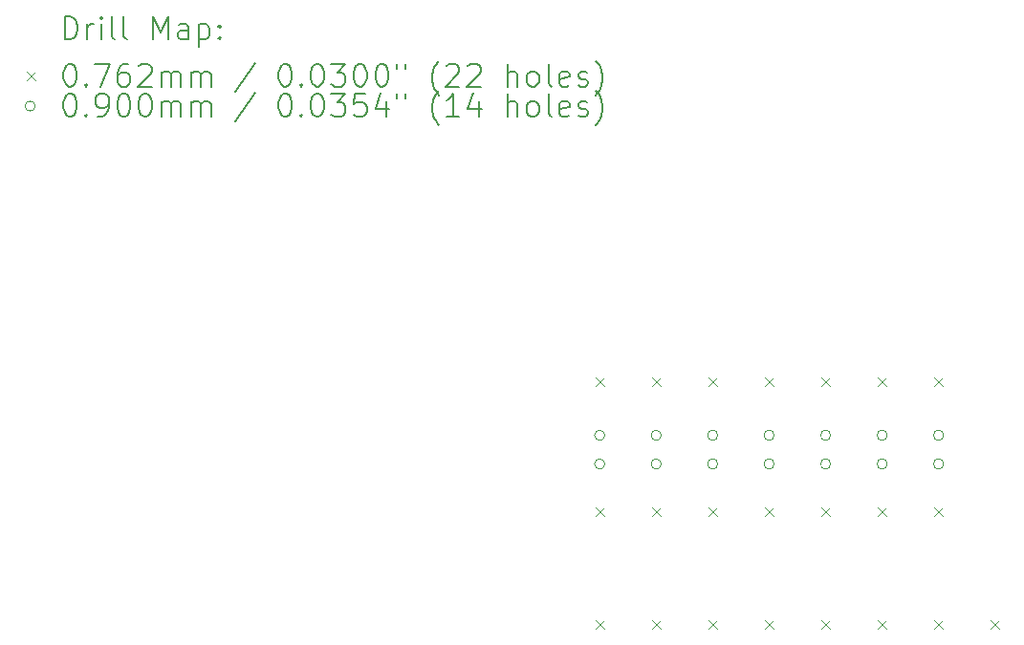
<source format=gbr>
%TF.GenerationSoftware,KiCad,Pcbnew,8.0.1-rc1*%
%TF.CreationDate,2024-04-13T22:34:27-05:00*%
%TF.ProjectId,Emotion LED,456d6f74-696f-46e2-904c-45442e6b6963,rev?*%
%TF.SameCoordinates,Original*%
%TF.FileFunction,Drillmap*%
%TF.FilePolarity,Positive*%
%FSLAX45Y45*%
G04 Gerber Fmt 4.5, Leading zero omitted, Abs format (unit mm)*
G04 Created by KiCad (PCBNEW 8.0.1-rc1) date 2024-04-13 22:34:27*
%MOMM*%
%LPD*%
G01*
G04 APERTURE LIST*
%ADD10C,0.200000*%
%ADD11C,0.100000*%
G04 APERTURE END LIST*
D10*
D11*
X4961900Y-3311900D02*
X5038100Y-3388100D01*
X5038100Y-3311900D02*
X4961900Y-3388100D01*
X4961900Y-4461900D02*
X5038100Y-4538100D01*
X5038100Y-4461900D02*
X4961900Y-4538100D01*
X4961900Y-5461900D02*
X5038100Y-5538100D01*
X5038100Y-5461900D02*
X4961900Y-5538100D01*
X5461900Y-3311900D02*
X5538100Y-3388100D01*
X5538100Y-3311900D02*
X5461900Y-3388100D01*
X5461900Y-4461900D02*
X5538100Y-4538100D01*
X5538100Y-4461900D02*
X5461900Y-4538100D01*
X5461900Y-5461900D02*
X5538100Y-5538100D01*
X5538100Y-5461900D02*
X5461900Y-5538100D01*
X5961900Y-3311900D02*
X6038100Y-3388100D01*
X6038100Y-3311900D02*
X5961900Y-3388100D01*
X5961900Y-4461900D02*
X6038100Y-4538100D01*
X6038100Y-4461900D02*
X5961900Y-4538100D01*
X5961900Y-5461900D02*
X6038100Y-5538100D01*
X6038100Y-5461900D02*
X5961900Y-5538100D01*
X6461900Y-3311900D02*
X6538100Y-3388100D01*
X6538100Y-3311900D02*
X6461900Y-3388100D01*
X6461900Y-4461900D02*
X6538100Y-4538100D01*
X6538100Y-4461900D02*
X6461900Y-4538100D01*
X6461900Y-5461900D02*
X6538100Y-5538100D01*
X6538100Y-5461900D02*
X6461900Y-5538100D01*
X6961900Y-3311900D02*
X7038100Y-3388100D01*
X7038100Y-3311900D02*
X6961900Y-3388100D01*
X6961900Y-4461900D02*
X7038100Y-4538100D01*
X7038100Y-4461900D02*
X6961900Y-4538100D01*
X6961900Y-5461900D02*
X7038100Y-5538100D01*
X7038100Y-5461900D02*
X6961900Y-5538100D01*
X7461900Y-3311900D02*
X7538100Y-3388100D01*
X7538100Y-3311900D02*
X7461900Y-3388100D01*
X7461900Y-4461900D02*
X7538100Y-4538100D01*
X7538100Y-4461900D02*
X7461900Y-4538100D01*
X7461900Y-5461900D02*
X7538100Y-5538100D01*
X7538100Y-5461900D02*
X7461900Y-5538100D01*
X7961900Y-3311900D02*
X8038100Y-3388100D01*
X8038100Y-3311900D02*
X7961900Y-3388100D01*
X7961900Y-4461900D02*
X8038100Y-4538100D01*
X8038100Y-4461900D02*
X7961900Y-4538100D01*
X7961900Y-5461900D02*
X8038100Y-5538100D01*
X8038100Y-5461900D02*
X7961900Y-5538100D01*
X8461900Y-5461900D02*
X8538100Y-5538100D01*
X8538100Y-5461900D02*
X8461900Y-5538100D01*
X5045000Y-3821000D02*
G75*
G02*
X4955000Y-3821000I-45000J0D01*
G01*
X4955000Y-3821000D02*
G75*
G02*
X5045000Y-3821000I45000J0D01*
G01*
X5045000Y-4075000D02*
G75*
G02*
X4955000Y-4075000I-45000J0D01*
G01*
X4955000Y-4075000D02*
G75*
G02*
X5045000Y-4075000I45000J0D01*
G01*
X5545000Y-3821000D02*
G75*
G02*
X5455000Y-3821000I-45000J0D01*
G01*
X5455000Y-3821000D02*
G75*
G02*
X5545000Y-3821000I45000J0D01*
G01*
X5545000Y-4075000D02*
G75*
G02*
X5455000Y-4075000I-45000J0D01*
G01*
X5455000Y-4075000D02*
G75*
G02*
X5545000Y-4075000I45000J0D01*
G01*
X6045000Y-3821000D02*
G75*
G02*
X5955000Y-3821000I-45000J0D01*
G01*
X5955000Y-3821000D02*
G75*
G02*
X6045000Y-3821000I45000J0D01*
G01*
X6045000Y-4075000D02*
G75*
G02*
X5955000Y-4075000I-45000J0D01*
G01*
X5955000Y-4075000D02*
G75*
G02*
X6045000Y-4075000I45000J0D01*
G01*
X6545000Y-3821000D02*
G75*
G02*
X6455000Y-3821000I-45000J0D01*
G01*
X6455000Y-3821000D02*
G75*
G02*
X6545000Y-3821000I45000J0D01*
G01*
X6545000Y-4075000D02*
G75*
G02*
X6455000Y-4075000I-45000J0D01*
G01*
X6455000Y-4075000D02*
G75*
G02*
X6545000Y-4075000I45000J0D01*
G01*
X7045000Y-3821000D02*
G75*
G02*
X6955000Y-3821000I-45000J0D01*
G01*
X6955000Y-3821000D02*
G75*
G02*
X7045000Y-3821000I45000J0D01*
G01*
X7045000Y-4075000D02*
G75*
G02*
X6955000Y-4075000I-45000J0D01*
G01*
X6955000Y-4075000D02*
G75*
G02*
X7045000Y-4075000I45000J0D01*
G01*
X7545000Y-3821000D02*
G75*
G02*
X7455000Y-3821000I-45000J0D01*
G01*
X7455000Y-3821000D02*
G75*
G02*
X7545000Y-3821000I45000J0D01*
G01*
X7545000Y-4075000D02*
G75*
G02*
X7455000Y-4075000I-45000J0D01*
G01*
X7455000Y-4075000D02*
G75*
G02*
X7545000Y-4075000I45000J0D01*
G01*
X8045000Y-3821000D02*
G75*
G02*
X7955000Y-3821000I-45000J0D01*
G01*
X7955000Y-3821000D02*
G75*
G02*
X8045000Y-3821000I45000J0D01*
G01*
X8045000Y-4075000D02*
G75*
G02*
X7955000Y-4075000I-45000J0D01*
G01*
X7955000Y-4075000D02*
G75*
G02*
X8045000Y-4075000I45000J0D01*
G01*
D10*
X260777Y-311484D02*
X260777Y-111484D01*
X260777Y-111484D02*
X308396Y-111484D01*
X308396Y-111484D02*
X336967Y-121008D01*
X336967Y-121008D02*
X356015Y-140055D01*
X356015Y-140055D02*
X365539Y-159103D01*
X365539Y-159103D02*
X375062Y-197198D01*
X375062Y-197198D02*
X375062Y-225769D01*
X375062Y-225769D02*
X365539Y-263865D01*
X365539Y-263865D02*
X356015Y-282912D01*
X356015Y-282912D02*
X336967Y-301960D01*
X336967Y-301960D02*
X308396Y-311484D01*
X308396Y-311484D02*
X260777Y-311484D01*
X460777Y-311484D02*
X460777Y-178150D01*
X460777Y-216246D02*
X470301Y-197198D01*
X470301Y-197198D02*
X479824Y-187674D01*
X479824Y-187674D02*
X498872Y-178150D01*
X498872Y-178150D02*
X517920Y-178150D01*
X584586Y-311484D02*
X584586Y-178150D01*
X584586Y-111484D02*
X575063Y-121008D01*
X575063Y-121008D02*
X584586Y-130531D01*
X584586Y-130531D02*
X594110Y-121008D01*
X594110Y-121008D02*
X584586Y-111484D01*
X584586Y-111484D02*
X584586Y-130531D01*
X708396Y-311484D02*
X689348Y-301960D01*
X689348Y-301960D02*
X679824Y-282912D01*
X679824Y-282912D02*
X679824Y-111484D01*
X813158Y-311484D02*
X794110Y-301960D01*
X794110Y-301960D02*
X784586Y-282912D01*
X784586Y-282912D02*
X784586Y-111484D01*
X1041729Y-311484D02*
X1041729Y-111484D01*
X1041729Y-111484D02*
X1108396Y-254341D01*
X1108396Y-254341D02*
X1175063Y-111484D01*
X1175063Y-111484D02*
X1175063Y-311484D01*
X1356015Y-311484D02*
X1356015Y-206722D01*
X1356015Y-206722D02*
X1346491Y-187674D01*
X1346491Y-187674D02*
X1327444Y-178150D01*
X1327444Y-178150D02*
X1289348Y-178150D01*
X1289348Y-178150D02*
X1270301Y-187674D01*
X1356015Y-301960D02*
X1336967Y-311484D01*
X1336967Y-311484D02*
X1289348Y-311484D01*
X1289348Y-311484D02*
X1270301Y-301960D01*
X1270301Y-301960D02*
X1260777Y-282912D01*
X1260777Y-282912D02*
X1260777Y-263865D01*
X1260777Y-263865D02*
X1270301Y-244817D01*
X1270301Y-244817D02*
X1289348Y-235293D01*
X1289348Y-235293D02*
X1336967Y-235293D01*
X1336967Y-235293D02*
X1356015Y-225769D01*
X1451253Y-178150D02*
X1451253Y-378150D01*
X1451253Y-187674D02*
X1470301Y-178150D01*
X1470301Y-178150D02*
X1508396Y-178150D01*
X1508396Y-178150D02*
X1527443Y-187674D01*
X1527443Y-187674D02*
X1536967Y-197198D01*
X1536967Y-197198D02*
X1546491Y-216246D01*
X1546491Y-216246D02*
X1546491Y-273389D01*
X1546491Y-273389D02*
X1536967Y-292436D01*
X1536967Y-292436D02*
X1527443Y-301960D01*
X1527443Y-301960D02*
X1508396Y-311484D01*
X1508396Y-311484D02*
X1470301Y-311484D01*
X1470301Y-311484D02*
X1451253Y-301960D01*
X1632205Y-292436D02*
X1641729Y-301960D01*
X1641729Y-301960D02*
X1632205Y-311484D01*
X1632205Y-311484D02*
X1622682Y-301960D01*
X1622682Y-301960D02*
X1632205Y-292436D01*
X1632205Y-292436D02*
X1632205Y-311484D01*
X1632205Y-187674D02*
X1641729Y-197198D01*
X1641729Y-197198D02*
X1632205Y-206722D01*
X1632205Y-206722D02*
X1622682Y-197198D01*
X1622682Y-197198D02*
X1632205Y-187674D01*
X1632205Y-187674D02*
X1632205Y-206722D01*
D11*
X-76200Y-601900D02*
X0Y-678100D01*
X0Y-601900D02*
X-76200Y-678100D01*
D10*
X298872Y-531484D02*
X317920Y-531484D01*
X317920Y-531484D02*
X336967Y-541008D01*
X336967Y-541008D02*
X346491Y-550531D01*
X346491Y-550531D02*
X356015Y-569579D01*
X356015Y-569579D02*
X365539Y-607674D01*
X365539Y-607674D02*
X365539Y-655293D01*
X365539Y-655293D02*
X356015Y-693389D01*
X356015Y-693389D02*
X346491Y-712436D01*
X346491Y-712436D02*
X336967Y-721960D01*
X336967Y-721960D02*
X317920Y-731484D01*
X317920Y-731484D02*
X298872Y-731484D01*
X298872Y-731484D02*
X279824Y-721960D01*
X279824Y-721960D02*
X270301Y-712436D01*
X270301Y-712436D02*
X260777Y-693389D01*
X260777Y-693389D02*
X251253Y-655293D01*
X251253Y-655293D02*
X251253Y-607674D01*
X251253Y-607674D02*
X260777Y-569579D01*
X260777Y-569579D02*
X270301Y-550531D01*
X270301Y-550531D02*
X279824Y-541008D01*
X279824Y-541008D02*
X298872Y-531484D01*
X451253Y-712436D02*
X460777Y-721960D01*
X460777Y-721960D02*
X451253Y-731484D01*
X451253Y-731484D02*
X441729Y-721960D01*
X441729Y-721960D02*
X451253Y-712436D01*
X451253Y-712436D02*
X451253Y-731484D01*
X527444Y-531484D02*
X660777Y-531484D01*
X660777Y-531484D02*
X575063Y-731484D01*
X822682Y-531484D02*
X784586Y-531484D01*
X784586Y-531484D02*
X765539Y-541008D01*
X765539Y-541008D02*
X756015Y-550531D01*
X756015Y-550531D02*
X736967Y-579103D01*
X736967Y-579103D02*
X727443Y-617198D01*
X727443Y-617198D02*
X727443Y-693389D01*
X727443Y-693389D02*
X736967Y-712436D01*
X736967Y-712436D02*
X746491Y-721960D01*
X746491Y-721960D02*
X765539Y-731484D01*
X765539Y-731484D02*
X803634Y-731484D01*
X803634Y-731484D02*
X822682Y-721960D01*
X822682Y-721960D02*
X832205Y-712436D01*
X832205Y-712436D02*
X841729Y-693389D01*
X841729Y-693389D02*
X841729Y-645770D01*
X841729Y-645770D02*
X832205Y-626722D01*
X832205Y-626722D02*
X822682Y-617198D01*
X822682Y-617198D02*
X803634Y-607674D01*
X803634Y-607674D02*
X765539Y-607674D01*
X765539Y-607674D02*
X746491Y-617198D01*
X746491Y-617198D02*
X736967Y-626722D01*
X736967Y-626722D02*
X727443Y-645770D01*
X917920Y-550531D02*
X927443Y-541008D01*
X927443Y-541008D02*
X946491Y-531484D01*
X946491Y-531484D02*
X994110Y-531484D01*
X994110Y-531484D02*
X1013158Y-541008D01*
X1013158Y-541008D02*
X1022682Y-550531D01*
X1022682Y-550531D02*
X1032205Y-569579D01*
X1032205Y-569579D02*
X1032205Y-588627D01*
X1032205Y-588627D02*
X1022682Y-617198D01*
X1022682Y-617198D02*
X908396Y-731484D01*
X908396Y-731484D02*
X1032205Y-731484D01*
X1117920Y-731484D02*
X1117920Y-598150D01*
X1117920Y-617198D02*
X1127444Y-607674D01*
X1127444Y-607674D02*
X1146491Y-598150D01*
X1146491Y-598150D02*
X1175063Y-598150D01*
X1175063Y-598150D02*
X1194110Y-607674D01*
X1194110Y-607674D02*
X1203634Y-626722D01*
X1203634Y-626722D02*
X1203634Y-731484D01*
X1203634Y-626722D02*
X1213158Y-607674D01*
X1213158Y-607674D02*
X1232205Y-598150D01*
X1232205Y-598150D02*
X1260777Y-598150D01*
X1260777Y-598150D02*
X1279825Y-607674D01*
X1279825Y-607674D02*
X1289348Y-626722D01*
X1289348Y-626722D02*
X1289348Y-731484D01*
X1384586Y-731484D02*
X1384586Y-598150D01*
X1384586Y-617198D02*
X1394110Y-607674D01*
X1394110Y-607674D02*
X1413158Y-598150D01*
X1413158Y-598150D02*
X1441729Y-598150D01*
X1441729Y-598150D02*
X1460777Y-607674D01*
X1460777Y-607674D02*
X1470301Y-626722D01*
X1470301Y-626722D02*
X1470301Y-731484D01*
X1470301Y-626722D02*
X1479824Y-607674D01*
X1479824Y-607674D02*
X1498872Y-598150D01*
X1498872Y-598150D02*
X1527443Y-598150D01*
X1527443Y-598150D02*
X1546491Y-607674D01*
X1546491Y-607674D02*
X1556015Y-626722D01*
X1556015Y-626722D02*
X1556015Y-731484D01*
X1946491Y-521960D02*
X1775063Y-779103D01*
X2203634Y-531484D02*
X2222682Y-531484D01*
X2222682Y-531484D02*
X2241729Y-541008D01*
X2241729Y-541008D02*
X2251253Y-550531D01*
X2251253Y-550531D02*
X2260777Y-569579D01*
X2260777Y-569579D02*
X2270301Y-607674D01*
X2270301Y-607674D02*
X2270301Y-655293D01*
X2270301Y-655293D02*
X2260777Y-693389D01*
X2260777Y-693389D02*
X2251253Y-712436D01*
X2251253Y-712436D02*
X2241729Y-721960D01*
X2241729Y-721960D02*
X2222682Y-731484D01*
X2222682Y-731484D02*
X2203634Y-731484D01*
X2203634Y-731484D02*
X2184587Y-721960D01*
X2184587Y-721960D02*
X2175063Y-712436D01*
X2175063Y-712436D02*
X2165539Y-693389D01*
X2165539Y-693389D02*
X2156015Y-655293D01*
X2156015Y-655293D02*
X2156015Y-607674D01*
X2156015Y-607674D02*
X2165539Y-569579D01*
X2165539Y-569579D02*
X2175063Y-550531D01*
X2175063Y-550531D02*
X2184587Y-541008D01*
X2184587Y-541008D02*
X2203634Y-531484D01*
X2356015Y-712436D02*
X2365539Y-721960D01*
X2365539Y-721960D02*
X2356015Y-731484D01*
X2356015Y-731484D02*
X2346491Y-721960D01*
X2346491Y-721960D02*
X2356015Y-712436D01*
X2356015Y-712436D02*
X2356015Y-731484D01*
X2489348Y-531484D02*
X2508396Y-531484D01*
X2508396Y-531484D02*
X2527444Y-541008D01*
X2527444Y-541008D02*
X2536968Y-550531D01*
X2536968Y-550531D02*
X2546491Y-569579D01*
X2546491Y-569579D02*
X2556015Y-607674D01*
X2556015Y-607674D02*
X2556015Y-655293D01*
X2556015Y-655293D02*
X2546491Y-693389D01*
X2546491Y-693389D02*
X2536968Y-712436D01*
X2536968Y-712436D02*
X2527444Y-721960D01*
X2527444Y-721960D02*
X2508396Y-731484D01*
X2508396Y-731484D02*
X2489348Y-731484D01*
X2489348Y-731484D02*
X2470301Y-721960D01*
X2470301Y-721960D02*
X2460777Y-712436D01*
X2460777Y-712436D02*
X2451253Y-693389D01*
X2451253Y-693389D02*
X2441729Y-655293D01*
X2441729Y-655293D02*
X2441729Y-607674D01*
X2441729Y-607674D02*
X2451253Y-569579D01*
X2451253Y-569579D02*
X2460777Y-550531D01*
X2460777Y-550531D02*
X2470301Y-541008D01*
X2470301Y-541008D02*
X2489348Y-531484D01*
X2622682Y-531484D02*
X2746491Y-531484D01*
X2746491Y-531484D02*
X2679825Y-607674D01*
X2679825Y-607674D02*
X2708396Y-607674D01*
X2708396Y-607674D02*
X2727444Y-617198D01*
X2727444Y-617198D02*
X2736968Y-626722D01*
X2736968Y-626722D02*
X2746491Y-645770D01*
X2746491Y-645770D02*
X2746491Y-693389D01*
X2746491Y-693389D02*
X2736968Y-712436D01*
X2736968Y-712436D02*
X2727444Y-721960D01*
X2727444Y-721960D02*
X2708396Y-731484D01*
X2708396Y-731484D02*
X2651253Y-731484D01*
X2651253Y-731484D02*
X2632206Y-721960D01*
X2632206Y-721960D02*
X2622682Y-712436D01*
X2870301Y-531484D02*
X2889348Y-531484D01*
X2889348Y-531484D02*
X2908396Y-541008D01*
X2908396Y-541008D02*
X2917920Y-550531D01*
X2917920Y-550531D02*
X2927444Y-569579D01*
X2927444Y-569579D02*
X2936967Y-607674D01*
X2936967Y-607674D02*
X2936967Y-655293D01*
X2936967Y-655293D02*
X2927444Y-693389D01*
X2927444Y-693389D02*
X2917920Y-712436D01*
X2917920Y-712436D02*
X2908396Y-721960D01*
X2908396Y-721960D02*
X2889348Y-731484D01*
X2889348Y-731484D02*
X2870301Y-731484D01*
X2870301Y-731484D02*
X2851253Y-721960D01*
X2851253Y-721960D02*
X2841729Y-712436D01*
X2841729Y-712436D02*
X2832206Y-693389D01*
X2832206Y-693389D02*
X2822682Y-655293D01*
X2822682Y-655293D02*
X2822682Y-607674D01*
X2822682Y-607674D02*
X2832206Y-569579D01*
X2832206Y-569579D02*
X2841729Y-550531D01*
X2841729Y-550531D02*
X2851253Y-541008D01*
X2851253Y-541008D02*
X2870301Y-531484D01*
X3060777Y-531484D02*
X3079825Y-531484D01*
X3079825Y-531484D02*
X3098872Y-541008D01*
X3098872Y-541008D02*
X3108396Y-550531D01*
X3108396Y-550531D02*
X3117920Y-569579D01*
X3117920Y-569579D02*
X3127444Y-607674D01*
X3127444Y-607674D02*
X3127444Y-655293D01*
X3127444Y-655293D02*
X3117920Y-693389D01*
X3117920Y-693389D02*
X3108396Y-712436D01*
X3108396Y-712436D02*
X3098872Y-721960D01*
X3098872Y-721960D02*
X3079825Y-731484D01*
X3079825Y-731484D02*
X3060777Y-731484D01*
X3060777Y-731484D02*
X3041729Y-721960D01*
X3041729Y-721960D02*
X3032206Y-712436D01*
X3032206Y-712436D02*
X3022682Y-693389D01*
X3022682Y-693389D02*
X3013158Y-655293D01*
X3013158Y-655293D02*
X3013158Y-607674D01*
X3013158Y-607674D02*
X3022682Y-569579D01*
X3022682Y-569579D02*
X3032206Y-550531D01*
X3032206Y-550531D02*
X3041729Y-541008D01*
X3041729Y-541008D02*
X3060777Y-531484D01*
X3203634Y-531484D02*
X3203634Y-569579D01*
X3279825Y-531484D02*
X3279825Y-569579D01*
X3575063Y-807674D02*
X3565539Y-798150D01*
X3565539Y-798150D02*
X3546491Y-769579D01*
X3546491Y-769579D02*
X3536968Y-750531D01*
X3536968Y-750531D02*
X3527444Y-721960D01*
X3527444Y-721960D02*
X3517920Y-674341D01*
X3517920Y-674341D02*
X3517920Y-636246D01*
X3517920Y-636246D02*
X3527444Y-588627D01*
X3527444Y-588627D02*
X3536968Y-560055D01*
X3536968Y-560055D02*
X3546491Y-541008D01*
X3546491Y-541008D02*
X3565539Y-512436D01*
X3565539Y-512436D02*
X3575063Y-502912D01*
X3641729Y-550531D02*
X3651253Y-541008D01*
X3651253Y-541008D02*
X3670301Y-531484D01*
X3670301Y-531484D02*
X3717920Y-531484D01*
X3717920Y-531484D02*
X3736968Y-541008D01*
X3736968Y-541008D02*
X3746491Y-550531D01*
X3746491Y-550531D02*
X3756015Y-569579D01*
X3756015Y-569579D02*
X3756015Y-588627D01*
X3756015Y-588627D02*
X3746491Y-617198D01*
X3746491Y-617198D02*
X3632206Y-731484D01*
X3632206Y-731484D02*
X3756015Y-731484D01*
X3832206Y-550531D02*
X3841729Y-541008D01*
X3841729Y-541008D02*
X3860777Y-531484D01*
X3860777Y-531484D02*
X3908396Y-531484D01*
X3908396Y-531484D02*
X3927444Y-541008D01*
X3927444Y-541008D02*
X3936968Y-550531D01*
X3936968Y-550531D02*
X3946491Y-569579D01*
X3946491Y-569579D02*
X3946491Y-588627D01*
X3946491Y-588627D02*
X3936968Y-617198D01*
X3936968Y-617198D02*
X3822682Y-731484D01*
X3822682Y-731484D02*
X3946491Y-731484D01*
X4184587Y-731484D02*
X4184587Y-531484D01*
X4270301Y-731484D02*
X4270301Y-626722D01*
X4270301Y-626722D02*
X4260777Y-607674D01*
X4260777Y-607674D02*
X4241730Y-598150D01*
X4241730Y-598150D02*
X4213158Y-598150D01*
X4213158Y-598150D02*
X4194110Y-607674D01*
X4194110Y-607674D02*
X4184587Y-617198D01*
X4394111Y-731484D02*
X4375063Y-721960D01*
X4375063Y-721960D02*
X4365539Y-712436D01*
X4365539Y-712436D02*
X4356015Y-693389D01*
X4356015Y-693389D02*
X4356015Y-636246D01*
X4356015Y-636246D02*
X4365539Y-617198D01*
X4365539Y-617198D02*
X4375063Y-607674D01*
X4375063Y-607674D02*
X4394111Y-598150D01*
X4394111Y-598150D02*
X4422682Y-598150D01*
X4422682Y-598150D02*
X4441730Y-607674D01*
X4441730Y-607674D02*
X4451253Y-617198D01*
X4451253Y-617198D02*
X4460777Y-636246D01*
X4460777Y-636246D02*
X4460777Y-693389D01*
X4460777Y-693389D02*
X4451253Y-712436D01*
X4451253Y-712436D02*
X4441730Y-721960D01*
X4441730Y-721960D02*
X4422682Y-731484D01*
X4422682Y-731484D02*
X4394111Y-731484D01*
X4575063Y-731484D02*
X4556015Y-721960D01*
X4556015Y-721960D02*
X4546492Y-702912D01*
X4546492Y-702912D02*
X4546492Y-531484D01*
X4727444Y-721960D02*
X4708396Y-731484D01*
X4708396Y-731484D02*
X4670301Y-731484D01*
X4670301Y-731484D02*
X4651253Y-721960D01*
X4651253Y-721960D02*
X4641730Y-702912D01*
X4641730Y-702912D02*
X4641730Y-626722D01*
X4641730Y-626722D02*
X4651253Y-607674D01*
X4651253Y-607674D02*
X4670301Y-598150D01*
X4670301Y-598150D02*
X4708396Y-598150D01*
X4708396Y-598150D02*
X4727444Y-607674D01*
X4727444Y-607674D02*
X4736968Y-626722D01*
X4736968Y-626722D02*
X4736968Y-645770D01*
X4736968Y-645770D02*
X4641730Y-664817D01*
X4813158Y-721960D02*
X4832206Y-731484D01*
X4832206Y-731484D02*
X4870301Y-731484D01*
X4870301Y-731484D02*
X4889349Y-721960D01*
X4889349Y-721960D02*
X4898873Y-702912D01*
X4898873Y-702912D02*
X4898873Y-693389D01*
X4898873Y-693389D02*
X4889349Y-674341D01*
X4889349Y-674341D02*
X4870301Y-664817D01*
X4870301Y-664817D02*
X4841730Y-664817D01*
X4841730Y-664817D02*
X4822682Y-655293D01*
X4822682Y-655293D02*
X4813158Y-636246D01*
X4813158Y-636246D02*
X4813158Y-626722D01*
X4813158Y-626722D02*
X4822682Y-607674D01*
X4822682Y-607674D02*
X4841730Y-598150D01*
X4841730Y-598150D02*
X4870301Y-598150D01*
X4870301Y-598150D02*
X4889349Y-607674D01*
X4965539Y-807674D02*
X4975063Y-798150D01*
X4975063Y-798150D02*
X4994111Y-769579D01*
X4994111Y-769579D02*
X5003634Y-750531D01*
X5003634Y-750531D02*
X5013158Y-721960D01*
X5013158Y-721960D02*
X5022682Y-674341D01*
X5022682Y-674341D02*
X5022682Y-636246D01*
X5022682Y-636246D02*
X5013158Y-588627D01*
X5013158Y-588627D02*
X5003634Y-560055D01*
X5003634Y-560055D02*
X4994111Y-541008D01*
X4994111Y-541008D02*
X4975063Y-512436D01*
X4975063Y-512436D02*
X4965539Y-502912D01*
D11*
X0Y-904000D02*
G75*
G02*
X-90000Y-904000I-45000J0D01*
G01*
X-90000Y-904000D02*
G75*
G02*
X0Y-904000I45000J0D01*
G01*
D10*
X298872Y-795484D02*
X317920Y-795484D01*
X317920Y-795484D02*
X336967Y-805008D01*
X336967Y-805008D02*
X346491Y-814531D01*
X346491Y-814531D02*
X356015Y-833579D01*
X356015Y-833579D02*
X365539Y-871674D01*
X365539Y-871674D02*
X365539Y-919293D01*
X365539Y-919293D02*
X356015Y-957388D01*
X356015Y-957388D02*
X346491Y-976436D01*
X346491Y-976436D02*
X336967Y-985960D01*
X336967Y-985960D02*
X317920Y-995484D01*
X317920Y-995484D02*
X298872Y-995484D01*
X298872Y-995484D02*
X279824Y-985960D01*
X279824Y-985960D02*
X270301Y-976436D01*
X270301Y-976436D02*
X260777Y-957388D01*
X260777Y-957388D02*
X251253Y-919293D01*
X251253Y-919293D02*
X251253Y-871674D01*
X251253Y-871674D02*
X260777Y-833579D01*
X260777Y-833579D02*
X270301Y-814531D01*
X270301Y-814531D02*
X279824Y-805008D01*
X279824Y-805008D02*
X298872Y-795484D01*
X451253Y-976436D02*
X460777Y-985960D01*
X460777Y-985960D02*
X451253Y-995484D01*
X451253Y-995484D02*
X441729Y-985960D01*
X441729Y-985960D02*
X451253Y-976436D01*
X451253Y-976436D02*
X451253Y-995484D01*
X556015Y-995484D02*
X594110Y-995484D01*
X594110Y-995484D02*
X613158Y-985960D01*
X613158Y-985960D02*
X622682Y-976436D01*
X622682Y-976436D02*
X641729Y-947865D01*
X641729Y-947865D02*
X651253Y-909769D01*
X651253Y-909769D02*
X651253Y-833579D01*
X651253Y-833579D02*
X641729Y-814531D01*
X641729Y-814531D02*
X632205Y-805008D01*
X632205Y-805008D02*
X613158Y-795484D01*
X613158Y-795484D02*
X575063Y-795484D01*
X575063Y-795484D02*
X556015Y-805008D01*
X556015Y-805008D02*
X546491Y-814531D01*
X546491Y-814531D02*
X536967Y-833579D01*
X536967Y-833579D02*
X536967Y-881198D01*
X536967Y-881198D02*
X546491Y-900246D01*
X546491Y-900246D02*
X556015Y-909769D01*
X556015Y-909769D02*
X575063Y-919293D01*
X575063Y-919293D02*
X613158Y-919293D01*
X613158Y-919293D02*
X632205Y-909769D01*
X632205Y-909769D02*
X641729Y-900246D01*
X641729Y-900246D02*
X651253Y-881198D01*
X775062Y-795484D02*
X794110Y-795484D01*
X794110Y-795484D02*
X813158Y-805008D01*
X813158Y-805008D02*
X822682Y-814531D01*
X822682Y-814531D02*
X832205Y-833579D01*
X832205Y-833579D02*
X841729Y-871674D01*
X841729Y-871674D02*
X841729Y-919293D01*
X841729Y-919293D02*
X832205Y-957388D01*
X832205Y-957388D02*
X822682Y-976436D01*
X822682Y-976436D02*
X813158Y-985960D01*
X813158Y-985960D02*
X794110Y-995484D01*
X794110Y-995484D02*
X775062Y-995484D01*
X775062Y-995484D02*
X756015Y-985960D01*
X756015Y-985960D02*
X746491Y-976436D01*
X746491Y-976436D02*
X736967Y-957388D01*
X736967Y-957388D02*
X727443Y-919293D01*
X727443Y-919293D02*
X727443Y-871674D01*
X727443Y-871674D02*
X736967Y-833579D01*
X736967Y-833579D02*
X746491Y-814531D01*
X746491Y-814531D02*
X756015Y-805008D01*
X756015Y-805008D02*
X775062Y-795484D01*
X965539Y-795484D02*
X984586Y-795484D01*
X984586Y-795484D02*
X1003634Y-805008D01*
X1003634Y-805008D02*
X1013158Y-814531D01*
X1013158Y-814531D02*
X1022682Y-833579D01*
X1022682Y-833579D02*
X1032205Y-871674D01*
X1032205Y-871674D02*
X1032205Y-919293D01*
X1032205Y-919293D02*
X1022682Y-957388D01*
X1022682Y-957388D02*
X1013158Y-976436D01*
X1013158Y-976436D02*
X1003634Y-985960D01*
X1003634Y-985960D02*
X984586Y-995484D01*
X984586Y-995484D02*
X965539Y-995484D01*
X965539Y-995484D02*
X946491Y-985960D01*
X946491Y-985960D02*
X936967Y-976436D01*
X936967Y-976436D02*
X927443Y-957388D01*
X927443Y-957388D02*
X917920Y-919293D01*
X917920Y-919293D02*
X917920Y-871674D01*
X917920Y-871674D02*
X927443Y-833579D01*
X927443Y-833579D02*
X936967Y-814531D01*
X936967Y-814531D02*
X946491Y-805008D01*
X946491Y-805008D02*
X965539Y-795484D01*
X1117920Y-995484D02*
X1117920Y-862150D01*
X1117920Y-881198D02*
X1127444Y-871674D01*
X1127444Y-871674D02*
X1146491Y-862150D01*
X1146491Y-862150D02*
X1175063Y-862150D01*
X1175063Y-862150D02*
X1194110Y-871674D01*
X1194110Y-871674D02*
X1203634Y-890722D01*
X1203634Y-890722D02*
X1203634Y-995484D01*
X1203634Y-890722D02*
X1213158Y-871674D01*
X1213158Y-871674D02*
X1232205Y-862150D01*
X1232205Y-862150D02*
X1260777Y-862150D01*
X1260777Y-862150D02*
X1279825Y-871674D01*
X1279825Y-871674D02*
X1289348Y-890722D01*
X1289348Y-890722D02*
X1289348Y-995484D01*
X1384586Y-995484D02*
X1384586Y-862150D01*
X1384586Y-881198D02*
X1394110Y-871674D01*
X1394110Y-871674D02*
X1413158Y-862150D01*
X1413158Y-862150D02*
X1441729Y-862150D01*
X1441729Y-862150D02*
X1460777Y-871674D01*
X1460777Y-871674D02*
X1470301Y-890722D01*
X1470301Y-890722D02*
X1470301Y-995484D01*
X1470301Y-890722D02*
X1479824Y-871674D01*
X1479824Y-871674D02*
X1498872Y-862150D01*
X1498872Y-862150D02*
X1527443Y-862150D01*
X1527443Y-862150D02*
X1546491Y-871674D01*
X1546491Y-871674D02*
X1556015Y-890722D01*
X1556015Y-890722D02*
X1556015Y-995484D01*
X1946491Y-785960D02*
X1775063Y-1043103D01*
X2203634Y-795484D02*
X2222682Y-795484D01*
X2222682Y-795484D02*
X2241729Y-805008D01*
X2241729Y-805008D02*
X2251253Y-814531D01*
X2251253Y-814531D02*
X2260777Y-833579D01*
X2260777Y-833579D02*
X2270301Y-871674D01*
X2270301Y-871674D02*
X2270301Y-919293D01*
X2270301Y-919293D02*
X2260777Y-957388D01*
X2260777Y-957388D02*
X2251253Y-976436D01*
X2251253Y-976436D02*
X2241729Y-985960D01*
X2241729Y-985960D02*
X2222682Y-995484D01*
X2222682Y-995484D02*
X2203634Y-995484D01*
X2203634Y-995484D02*
X2184587Y-985960D01*
X2184587Y-985960D02*
X2175063Y-976436D01*
X2175063Y-976436D02*
X2165539Y-957388D01*
X2165539Y-957388D02*
X2156015Y-919293D01*
X2156015Y-919293D02*
X2156015Y-871674D01*
X2156015Y-871674D02*
X2165539Y-833579D01*
X2165539Y-833579D02*
X2175063Y-814531D01*
X2175063Y-814531D02*
X2184587Y-805008D01*
X2184587Y-805008D02*
X2203634Y-795484D01*
X2356015Y-976436D02*
X2365539Y-985960D01*
X2365539Y-985960D02*
X2356015Y-995484D01*
X2356015Y-995484D02*
X2346491Y-985960D01*
X2346491Y-985960D02*
X2356015Y-976436D01*
X2356015Y-976436D02*
X2356015Y-995484D01*
X2489348Y-795484D02*
X2508396Y-795484D01*
X2508396Y-795484D02*
X2527444Y-805008D01*
X2527444Y-805008D02*
X2536968Y-814531D01*
X2536968Y-814531D02*
X2546491Y-833579D01*
X2546491Y-833579D02*
X2556015Y-871674D01*
X2556015Y-871674D02*
X2556015Y-919293D01*
X2556015Y-919293D02*
X2546491Y-957388D01*
X2546491Y-957388D02*
X2536968Y-976436D01*
X2536968Y-976436D02*
X2527444Y-985960D01*
X2527444Y-985960D02*
X2508396Y-995484D01*
X2508396Y-995484D02*
X2489348Y-995484D01*
X2489348Y-995484D02*
X2470301Y-985960D01*
X2470301Y-985960D02*
X2460777Y-976436D01*
X2460777Y-976436D02*
X2451253Y-957388D01*
X2451253Y-957388D02*
X2441729Y-919293D01*
X2441729Y-919293D02*
X2441729Y-871674D01*
X2441729Y-871674D02*
X2451253Y-833579D01*
X2451253Y-833579D02*
X2460777Y-814531D01*
X2460777Y-814531D02*
X2470301Y-805008D01*
X2470301Y-805008D02*
X2489348Y-795484D01*
X2622682Y-795484D02*
X2746491Y-795484D01*
X2746491Y-795484D02*
X2679825Y-871674D01*
X2679825Y-871674D02*
X2708396Y-871674D01*
X2708396Y-871674D02*
X2727444Y-881198D01*
X2727444Y-881198D02*
X2736968Y-890722D01*
X2736968Y-890722D02*
X2746491Y-909769D01*
X2746491Y-909769D02*
X2746491Y-957388D01*
X2746491Y-957388D02*
X2736968Y-976436D01*
X2736968Y-976436D02*
X2727444Y-985960D01*
X2727444Y-985960D02*
X2708396Y-995484D01*
X2708396Y-995484D02*
X2651253Y-995484D01*
X2651253Y-995484D02*
X2632206Y-985960D01*
X2632206Y-985960D02*
X2622682Y-976436D01*
X2927444Y-795484D02*
X2832206Y-795484D01*
X2832206Y-795484D02*
X2822682Y-890722D01*
X2822682Y-890722D02*
X2832206Y-881198D01*
X2832206Y-881198D02*
X2851253Y-871674D01*
X2851253Y-871674D02*
X2898872Y-871674D01*
X2898872Y-871674D02*
X2917920Y-881198D01*
X2917920Y-881198D02*
X2927444Y-890722D01*
X2927444Y-890722D02*
X2936967Y-909769D01*
X2936967Y-909769D02*
X2936967Y-957388D01*
X2936967Y-957388D02*
X2927444Y-976436D01*
X2927444Y-976436D02*
X2917920Y-985960D01*
X2917920Y-985960D02*
X2898872Y-995484D01*
X2898872Y-995484D02*
X2851253Y-995484D01*
X2851253Y-995484D02*
X2832206Y-985960D01*
X2832206Y-985960D02*
X2822682Y-976436D01*
X3108396Y-862150D02*
X3108396Y-995484D01*
X3060777Y-785960D02*
X3013158Y-928817D01*
X3013158Y-928817D02*
X3136967Y-928817D01*
X3203634Y-795484D02*
X3203634Y-833579D01*
X3279825Y-795484D02*
X3279825Y-833579D01*
X3575063Y-1071674D02*
X3565539Y-1062150D01*
X3565539Y-1062150D02*
X3546491Y-1033579D01*
X3546491Y-1033579D02*
X3536968Y-1014531D01*
X3536968Y-1014531D02*
X3527444Y-985960D01*
X3527444Y-985960D02*
X3517920Y-938341D01*
X3517920Y-938341D02*
X3517920Y-900246D01*
X3517920Y-900246D02*
X3527444Y-852627D01*
X3527444Y-852627D02*
X3536968Y-824055D01*
X3536968Y-824055D02*
X3546491Y-805008D01*
X3546491Y-805008D02*
X3565539Y-776436D01*
X3565539Y-776436D02*
X3575063Y-766912D01*
X3756015Y-995484D02*
X3641729Y-995484D01*
X3698872Y-995484D02*
X3698872Y-795484D01*
X3698872Y-795484D02*
X3679825Y-824055D01*
X3679825Y-824055D02*
X3660777Y-843103D01*
X3660777Y-843103D02*
X3641729Y-852627D01*
X3927444Y-862150D02*
X3927444Y-995484D01*
X3879825Y-785960D02*
X3832206Y-928817D01*
X3832206Y-928817D02*
X3956015Y-928817D01*
X4184587Y-995484D02*
X4184587Y-795484D01*
X4270301Y-995484D02*
X4270301Y-890722D01*
X4270301Y-890722D02*
X4260777Y-871674D01*
X4260777Y-871674D02*
X4241730Y-862150D01*
X4241730Y-862150D02*
X4213158Y-862150D01*
X4213158Y-862150D02*
X4194110Y-871674D01*
X4194110Y-871674D02*
X4184587Y-881198D01*
X4394111Y-995484D02*
X4375063Y-985960D01*
X4375063Y-985960D02*
X4365539Y-976436D01*
X4365539Y-976436D02*
X4356015Y-957388D01*
X4356015Y-957388D02*
X4356015Y-900246D01*
X4356015Y-900246D02*
X4365539Y-881198D01*
X4365539Y-881198D02*
X4375063Y-871674D01*
X4375063Y-871674D02*
X4394111Y-862150D01*
X4394111Y-862150D02*
X4422682Y-862150D01*
X4422682Y-862150D02*
X4441730Y-871674D01*
X4441730Y-871674D02*
X4451253Y-881198D01*
X4451253Y-881198D02*
X4460777Y-900246D01*
X4460777Y-900246D02*
X4460777Y-957388D01*
X4460777Y-957388D02*
X4451253Y-976436D01*
X4451253Y-976436D02*
X4441730Y-985960D01*
X4441730Y-985960D02*
X4422682Y-995484D01*
X4422682Y-995484D02*
X4394111Y-995484D01*
X4575063Y-995484D02*
X4556015Y-985960D01*
X4556015Y-985960D02*
X4546492Y-966912D01*
X4546492Y-966912D02*
X4546492Y-795484D01*
X4727444Y-985960D02*
X4708396Y-995484D01*
X4708396Y-995484D02*
X4670301Y-995484D01*
X4670301Y-995484D02*
X4651253Y-985960D01*
X4651253Y-985960D02*
X4641730Y-966912D01*
X4641730Y-966912D02*
X4641730Y-890722D01*
X4641730Y-890722D02*
X4651253Y-871674D01*
X4651253Y-871674D02*
X4670301Y-862150D01*
X4670301Y-862150D02*
X4708396Y-862150D01*
X4708396Y-862150D02*
X4727444Y-871674D01*
X4727444Y-871674D02*
X4736968Y-890722D01*
X4736968Y-890722D02*
X4736968Y-909769D01*
X4736968Y-909769D02*
X4641730Y-928817D01*
X4813158Y-985960D02*
X4832206Y-995484D01*
X4832206Y-995484D02*
X4870301Y-995484D01*
X4870301Y-995484D02*
X4889349Y-985960D01*
X4889349Y-985960D02*
X4898873Y-966912D01*
X4898873Y-966912D02*
X4898873Y-957388D01*
X4898873Y-957388D02*
X4889349Y-938341D01*
X4889349Y-938341D02*
X4870301Y-928817D01*
X4870301Y-928817D02*
X4841730Y-928817D01*
X4841730Y-928817D02*
X4822682Y-919293D01*
X4822682Y-919293D02*
X4813158Y-900246D01*
X4813158Y-900246D02*
X4813158Y-890722D01*
X4813158Y-890722D02*
X4822682Y-871674D01*
X4822682Y-871674D02*
X4841730Y-862150D01*
X4841730Y-862150D02*
X4870301Y-862150D01*
X4870301Y-862150D02*
X4889349Y-871674D01*
X4965539Y-1071674D02*
X4975063Y-1062150D01*
X4975063Y-1062150D02*
X4994111Y-1033579D01*
X4994111Y-1033579D02*
X5003634Y-1014531D01*
X5003634Y-1014531D02*
X5013158Y-985960D01*
X5013158Y-985960D02*
X5022682Y-938341D01*
X5022682Y-938341D02*
X5022682Y-900246D01*
X5022682Y-900246D02*
X5013158Y-852627D01*
X5013158Y-852627D02*
X5003634Y-824055D01*
X5003634Y-824055D02*
X4994111Y-805008D01*
X4994111Y-805008D02*
X4975063Y-776436D01*
X4975063Y-776436D02*
X4965539Y-766912D01*
M02*

</source>
